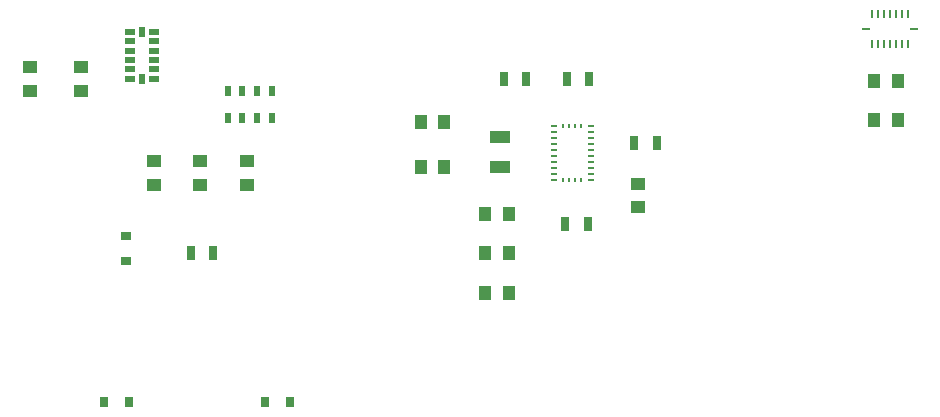
<source format=gtp>
%TF.GenerationSoftware,KiCad,Pcbnew,(5.1.4)-1*%
%TF.CreationDate,2021-01-28T23:04:49+05:30*%
%TF.ProjectId,rev1,72657631-2e6b-4696-9361-645f70636258,rev?*%
%TF.SameCoordinates,Original*%
%TF.FileFunction,Paste,Top*%
%TF.FilePolarity,Positive*%
%FSLAX46Y46*%
G04 Gerber Fmt 4.6, Leading zero omitted, Abs format (unit mm)*
G04 Created by KiCad (PCBNEW (5.1.4)-1) date 2021-01-28 23:04:49*
%MOMM*%
%LPD*%
G04 APERTURE LIST*
%ADD10R,1.000000X1.250000*%
%ADD11R,1.250000X1.000000*%
%ADD12R,0.700000X1.300000*%
%ADD13R,0.550000X0.950000*%
%ADD14R,1.800000X1.000000*%
%ADD15R,0.250000X0.375000*%
%ADD16R,0.475000X0.250000*%
%ADD17R,0.250000X0.700000*%
%ADD18R,0.700000X0.250000*%
%ADD19R,0.920000X0.610000*%
%ADD20R,0.610000X0.920000*%
%ADD21R,0.900000X0.800000*%
%ADD22R,0.800000X0.900000*%
G04 APERTURE END LIST*
D10*
%TO.C,C1*%
X144859500Y-133413500D03*
X146859500Y-133413500D03*
%TD*%
%TO.C,C2*%
X146859500Y-126682500D03*
X144859500Y-126682500D03*
%TD*%
%TO.C,C3*%
X144859500Y-129984500D03*
X146859500Y-129984500D03*
%TD*%
D11*
%TO.C,C4*%
X157797500Y-124158500D03*
X157797500Y-126158500D03*
%TD*%
D10*
%TO.C,C5*%
X141398500Y-122745500D03*
X139398500Y-122745500D03*
%TD*%
%TO.C,C6*%
X139398500Y-118935500D03*
X141398500Y-118935500D03*
%TD*%
D11*
%TO.C,C7*%
X120713500Y-124253500D03*
X120713500Y-122253500D03*
%TD*%
%TO.C,C8*%
X116776500Y-122253500D03*
X116776500Y-124253500D03*
%TD*%
%TO.C,C9*%
X124650500Y-122253500D03*
X124650500Y-124253500D03*
%TD*%
D12*
%TO.C,R1*%
X159382500Y-120713500D03*
X157482500Y-120713500D03*
%TD*%
%TO.C,R2*%
X153540500Y-127571500D03*
X151640500Y-127571500D03*
%TD*%
%TO.C,R3*%
X146433500Y-115252500D03*
X148333500Y-115252500D03*
%TD*%
%TO.C,R4*%
X151767500Y-115252500D03*
X153667500Y-115252500D03*
%TD*%
D13*
%TO.C,U2*%
X123054900Y-118561900D03*
X124304900Y-118561900D03*
X125554900Y-118561900D03*
X126804900Y-118561900D03*
X126804900Y-116311900D03*
X125554900Y-116311900D03*
X124304900Y-116311900D03*
X123054900Y-116311900D03*
%TD*%
D14*
%TO.C,Y1*%
X146113500Y-122745500D03*
X146113500Y-120245500D03*
%TD*%
D15*
%TO.C,U1*%
X151479900Y-119248400D03*
D16*
X150667400Y-119310900D03*
X150667400Y-119810900D03*
X150667400Y-120310900D03*
X150667400Y-120810900D03*
X150667400Y-121310900D03*
X150667400Y-121810900D03*
X150667400Y-122310900D03*
X150667400Y-122810900D03*
X150667400Y-123310900D03*
X150667400Y-123810900D03*
D15*
X151979900Y-119248400D03*
X152479900Y-119248400D03*
X152979900Y-119248400D03*
X151479900Y-123873400D03*
X151979900Y-123873400D03*
X152479900Y-123873400D03*
D16*
X153792400Y-119310900D03*
X153792400Y-119810900D03*
X153792400Y-120310900D03*
X153792400Y-120810900D03*
X153792400Y-121310900D03*
X153792400Y-121810900D03*
X153792400Y-122310900D03*
X153792400Y-122810900D03*
X153792400Y-123310900D03*
X153792400Y-123810900D03*
D15*
X152979900Y-123873400D03*
%TD*%
D11*
%TO.C,C10*%
X106299000Y-116316000D03*
X106299000Y-114316000D03*
%TD*%
%TO.C,C11*%
X110617000Y-114316000D03*
X110617000Y-116316000D03*
%TD*%
D17*
%TO.C,U4*%
X180633500Y-112321500D03*
X180133500Y-112321500D03*
X179633500Y-112321500D03*
X179133500Y-112321500D03*
X178633500Y-112321500D03*
X178133500Y-112321500D03*
X177633500Y-112321500D03*
X180633500Y-109801500D03*
X180133500Y-109801500D03*
X179633500Y-109801500D03*
X179133500Y-109801500D03*
X178633500Y-109801500D03*
X178133500Y-109801500D03*
X177633500Y-109801500D03*
D18*
X177118500Y-111061500D03*
X181148500Y-111061500D03*
%TD*%
D19*
%TO.C,U5*%
X114814000Y-111284000D03*
X114814000Y-112084000D03*
X114814000Y-112884000D03*
X114814000Y-113684000D03*
X114814000Y-114484000D03*
X114814000Y-115284000D03*
D20*
X115824000Y-115294000D03*
D19*
X116834000Y-115284000D03*
X116834000Y-114484000D03*
X116834000Y-113684000D03*
X116834000Y-112884000D03*
X116834000Y-112084000D03*
X116834000Y-111284000D03*
D20*
X115824000Y-111274000D03*
%TD*%
D21*
%TO.C,D1*%
X114427000Y-128617000D03*
X114427000Y-130717000D03*
%TD*%
D22*
%TO.C,D2*%
X128304000Y-142621000D03*
X126204000Y-142621000D03*
%TD*%
%TO.C,D3*%
X112615000Y-142621000D03*
X114715000Y-142621000D03*
%TD*%
D12*
%TO.C,R5*%
X119954000Y-130048000D03*
X121854000Y-130048000D03*
%TD*%
D10*
%TO.C,C12*%
X179816000Y-115443000D03*
X177816000Y-115443000D03*
%TD*%
%TO.C,C13*%
X177816000Y-118745000D03*
X179816000Y-118745000D03*
%TD*%
M02*

</source>
